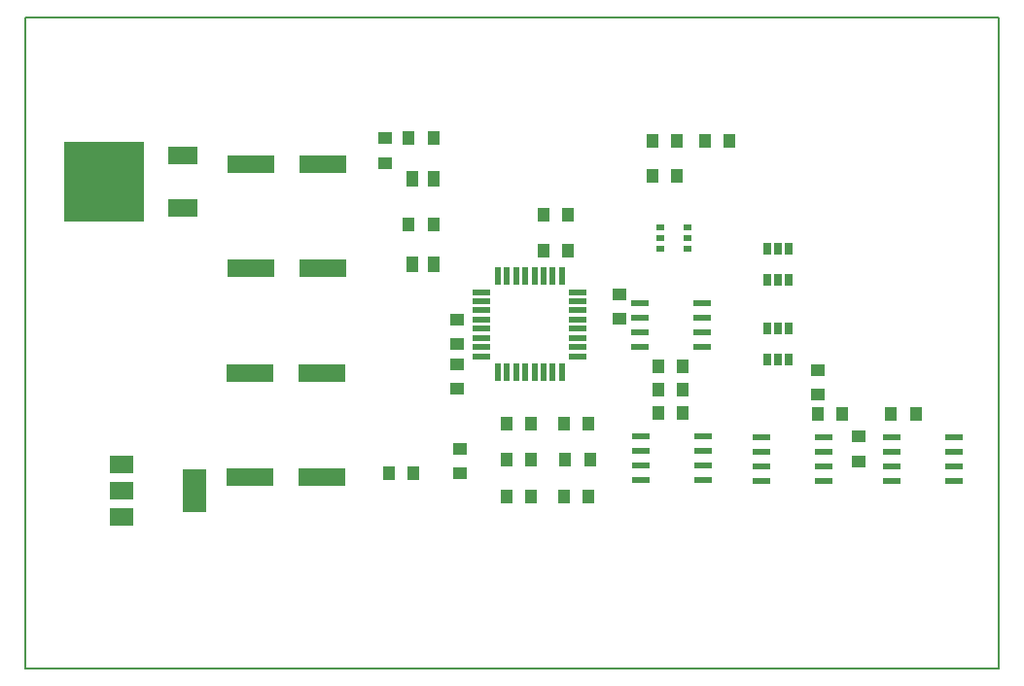
<source format=gbr>
G04 PROTEUS RS274X GERBER FILE*
%FSLAX45Y45*%
%MOMM*%
G01*
%ADD14R,6.985000X6.985000*%
%ADD15R,2.540000X1.524000*%
%ADD16R,4.140200X1.600200*%
%ADD17R,1.016000X1.270000*%
%ADD18R,0.990600X1.397000*%
%ADD19R,1.498600X0.558800*%
%ADD70R,0.558800X1.498600*%
%ADD71R,1.270000X1.016000*%
%ADD23R,0.660400X0.990600*%
%ADD24R,1.549400X0.609600*%
%ADD27R,0.635000X0.508000*%
%ADD28R,2.032000X1.524000*%
%ADD29R,2.032000X3.810000*%
%ADD31C,0.203200*%
D14*
X-8780000Y+4100000D03*
D15*
X-8089120Y+3871400D03*
X-8089120Y+4328600D03*
D16*
X-7500000Y+3350000D03*
X-6870000Y+3350000D03*
X-7500000Y+4250000D03*
X-6870000Y+4250000D03*
D17*
X-6123360Y+4480000D03*
X-5910000Y+4480000D03*
D18*
X-5910000Y+4130000D03*
X-6090000Y+4130000D03*
D19*
X-5490000Y+3140000D03*
X-5490000Y+3060000D03*
X-5490000Y+2980000D03*
X-5490000Y+2900000D03*
X-5490000Y+2820000D03*
X-5490000Y+2740000D03*
X-5490000Y+2660000D03*
X-5490000Y+2580000D03*
D70*
X-5350000Y+2440000D03*
X-5270000Y+2440000D03*
X-5190000Y+2440000D03*
X-5110000Y+2440000D03*
X-5030000Y+2440000D03*
X-4950000Y+2440000D03*
X-4870000Y+2440000D03*
X-4790000Y+2440000D03*
D19*
X-4650000Y+2580000D03*
X-4650000Y+2660000D03*
X-4650000Y+2740000D03*
X-4650000Y+2820000D03*
X-4650000Y+2900000D03*
X-4650000Y+2980000D03*
X-4650000Y+3060000D03*
X-4650000Y+3140000D03*
D70*
X-4790000Y+3280000D03*
X-4870000Y+3280000D03*
X-4950000Y+3280000D03*
X-5030000Y+3280000D03*
X-5110000Y+3280000D03*
X-5190000Y+3280000D03*
X-5270000Y+3280000D03*
X-5350000Y+3280000D03*
D71*
X-5700000Y+2900000D03*
X-5700000Y+2686640D03*
X-5700000Y+2296640D03*
X-5700000Y+2510000D03*
D23*
X-2815000Y+2820000D03*
X-2910000Y+2820000D03*
X-3005000Y+2820000D03*
X-3005000Y+2550000D03*
X-2910000Y+2550000D03*
X-2815000Y+2550000D03*
X-2815000Y+3520000D03*
X-2910000Y+3520000D03*
X-3005000Y+3520000D03*
X-3005000Y+3250000D03*
X-2910000Y+3250000D03*
X-2815000Y+3250000D03*
D24*
X-3050000Y+1877000D03*
X-3050000Y+1750000D03*
X-3050000Y+1623000D03*
X-3050000Y+1496000D03*
X-2510000Y+1496000D03*
X-2510000Y+1623000D03*
X-2510000Y+1750000D03*
X-2510000Y+1877000D03*
X-1920000Y+1877000D03*
X-1920000Y+1750000D03*
X-1920000Y+1623000D03*
X-1920000Y+1496000D03*
X-1380000Y+1496000D03*
X-1380000Y+1623000D03*
X-1380000Y+1750000D03*
X-1380000Y+1877000D03*
X-4100000Y+1884000D03*
X-4100000Y+1757000D03*
X-4100000Y+1630000D03*
X-4100000Y+1503000D03*
X-3560000Y+1503000D03*
X-3560000Y+1630000D03*
X-3560000Y+1757000D03*
X-3560000Y+1884000D03*
X-4110000Y+3044000D03*
X-4110000Y+2917000D03*
X-4110000Y+2790000D03*
X-4110000Y+2663000D03*
X-3570000Y+2663000D03*
X-3570000Y+2790000D03*
X-3570000Y+2917000D03*
X-3570000Y+3044000D03*
D17*
X-1710000Y+2080000D03*
X-1923360Y+2080000D03*
D71*
X-2210000Y+1666640D03*
X-2210000Y+1880000D03*
D27*
X-3931920Y+3706520D03*
X-3931920Y+3612540D03*
X-3931920Y+3516020D03*
X-3693160Y+3516020D03*
X-3693160Y+3610000D03*
X-3693160Y+3706520D03*
D28*
X-8620000Y+1641140D03*
D29*
X-7990080Y+1410000D03*
D28*
X-8620000Y+1410000D03*
X-8620000Y+1178860D03*
D16*
X-7510000Y+2430000D03*
X-6880000Y+2430000D03*
X-7510000Y+1530000D03*
X-6880000Y+1530000D03*
D18*
X-5910000Y+3380000D03*
X-6090000Y+3380000D03*
D17*
X-6123360Y+3730000D03*
X-5910000Y+3730000D03*
X-2346640Y+2080000D03*
X-2560000Y+2080000D03*
D71*
X-2560000Y+2250000D03*
X-2560000Y+2463360D03*
X-4290000Y+3123360D03*
X-4290000Y+2910000D03*
D17*
X-3950000Y+2490000D03*
X-3736640Y+2490000D03*
X-3736640Y+2290000D03*
X-3950000Y+2290000D03*
X-3953360Y+2090000D03*
X-3740000Y+2090000D03*
X-4770000Y+1990000D03*
X-4556640Y+1990000D03*
X-4760000Y+1680000D03*
X-4546640Y+1680000D03*
X-4770000Y+1360000D03*
X-4556640Y+1360000D03*
X-5270000Y+1990000D03*
X-5056640Y+1990000D03*
X-5270000Y+1680000D03*
X-5056640Y+1680000D03*
X-5270000Y+1360000D03*
X-5056640Y+1360000D03*
D71*
X-6330000Y+4266640D03*
X-6330000Y+4480000D03*
D17*
X-3786640Y+4460000D03*
X-4000000Y+4460000D03*
X-3330000Y+4460000D03*
X-3543360Y+4460000D03*
X-3790000Y+4150000D03*
X-4003360Y+4150000D03*
X-4950000Y+3500000D03*
X-4736640Y+3500000D03*
X-4950000Y+3810000D03*
X-4736640Y+3810000D03*
X-6300000Y+1560000D03*
X-6086640Y+1560000D03*
D71*
X-5680000Y+1560000D03*
X-5680000Y+1773360D03*
D31*
X-9460000Y-140000D02*
X-990000Y-140000D01*
X-990000Y+5530000D01*
X-9460000Y+5530000D01*
X-9460000Y-140000D01*
M02*

</source>
